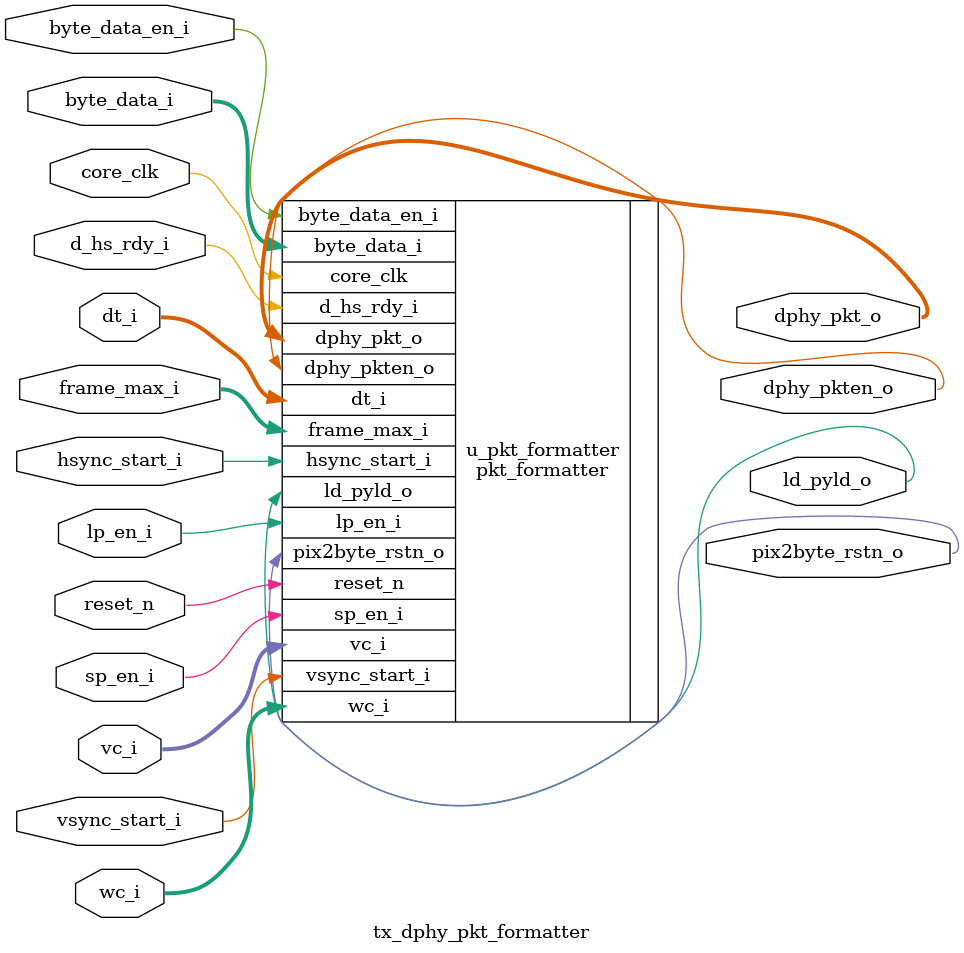
<source format=v>

module tx_dphy_pkt_formatter (
input  wire                       reset_n,
input  wire                       core_clk,
input  wire                 [1:0] vc_i,
input  wire                 [5:0] dt_i,
input  wire                [15:0] wc_i,
input  wire                       vsync_start_i,
input  wire                       hsync_start_i,
input  wire                       sp_en_i,
input  wire                       lp_en_i,
input  wire                 [7:0] frame_max_i,
input  wire [4*16-1:0] byte_data_i,
input  wire                       byte_data_en_i,
output wire [4*16-1:0] dphy_pkt_o,
output wire                       dphy_pkten_o,
input  wire                       d_hs_rdy_i,
output wire                       ld_pyld_o,
output wire                       pix2byte_rstn_o
);

pkt_formatter # (
  .FRAME_CNT_ENABLE ("OFF"),
  .LINE_CNT_ENABLE  ("OFF"),
  .EOTP_ENABLE      ("OFF"),
  .PKTHDR_FIFO_IMPL ("EBR"),
  .PKTHDR_FIFO_DEPTH(64),
  .LANE_WIDTH       (2),
  .DATA_WIDTH       (16),
  .INTF_TYPE        ("CSI2"),
  .TX_GEAR          (8),
  .CRC16            (1)
)
u_pkt_formatter (
  .reset_n          (reset_n),
  .core_clk         (core_clk),
  .vc_i             (vc_i),
  .dt_i             (dt_i),
  .wc_i             (wc_i),
  .vsync_start_i    (vsync_start_i),
  .hsync_start_i    (hsync_start_i),
  .sp_en_i          (sp_en_i),
  .lp_en_i          (lp_en_i),
  .frame_max_i      (frame_max_i),
  .byte_data_i      (byte_data_i),
  .byte_data_en_i   (byte_data_en_i),
  .dphy_pkt_o       (dphy_pkt_o),
  .dphy_pkten_o     (dphy_pkten_o),
  .d_hs_rdy_i       (d_hs_rdy_i),
  .ld_pyld_o        (ld_pyld_o),
  .pix2byte_rstn_o  (pix2byte_rstn_o)
);
endmodule



</source>
